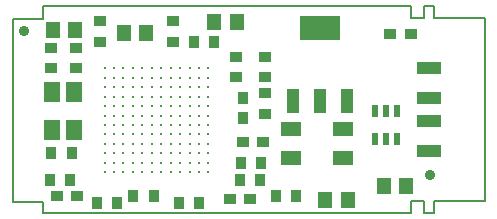
<source format=gbr>
%FSLAX25Y25*%
%MOIN*%
G04 EasyPC Gerber Version 18.0.8 Build 3632 *
%ADD93R,0.01962X0.04324*%
%ADD87R,0.03537X0.03931*%
%ADD82R,0.03734X0.03852*%
%ADD79R,0.03931X0.03537*%
%ADD85R,0.04400X0.08400*%
%ADD80R,0.04718X0.05506*%
%ADD90R,0.05506X0.07080*%
%ADD89R,0.08261X0.04324*%
%ADD86R,0.13773X0.08261*%
%ADD10C,0.00500*%
%ADD84C,0.00978*%
%ADD92C,0.03537*%
%ADD88R,0.03931X0.03537*%
%ADD81R,0.03852X0.03734*%
%ADD83R,0.03537X0.03931*%
%ADD91R,0.06687X0.05112*%
X0Y0D02*
D02*
D10*
X167322Y14305D02*
X164173D01*
Y18259*
X159803*
Y14305*
X37126*
Y17866*
X27003*
Y79126*
X37047*
Y83399*
X159763*
Y79401*
X164094*
Y83399*
X167322*
Y79165*
X184423*
Y18417*
X167322*
Y14305*
D02*
D79*
X41732Y20070D03*
X48425D03*
X99383Y19029D03*
X103911Y37927D03*
X106076Y19029D03*
X110604Y37927D03*
X152952Y74007D03*
X159645D03*
D02*
D80*
X40354Y75385D03*
X47834D03*
X64147Y74147D03*
X71628D03*
X94291Y77887D03*
X101771D03*
X131299Y18693D03*
X138779D03*
X150787Y23417D03*
X158267D03*
D02*
D81*
X56273Y71293D03*
Y78183D03*
X80486Y71293D03*
Y78183D03*
X101352Y59482D03*
Y66372D03*
X111194Y47474D03*
Y54364D03*
D02*
D82*
X39836Y34383D03*
X46726D03*
X54994Y17651D03*
X61883D03*
X82356D03*
X89246D03*
X114639Y20013D03*
X121529D03*
D02*
D83*
X103911Y45998D03*
Y52691D03*
D02*
D84*
X57651Y27887D03*
Y31037D03*
Y34187D03*
Y37336D03*
Y40486D03*
Y43635D03*
Y46785D03*
Y49935D03*
Y53084D03*
Y56234D03*
Y59383D03*
Y62533D03*
X60801Y27887D03*
Y31037D03*
Y34187D03*
Y37336D03*
Y40486D03*
Y43635D03*
Y46785D03*
Y49935D03*
Y53084D03*
Y56234D03*
Y59383D03*
Y62533D03*
X63950Y27887D03*
Y31037D03*
Y34187D03*
Y37336D03*
Y40486D03*
Y43635D03*
Y46785D03*
Y49935D03*
Y53084D03*
Y56234D03*
Y59383D03*
Y62533D03*
X67100Y27887D03*
Y31037D03*
Y34187D03*
Y37336D03*
Y40486D03*
Y43635D03*
Y46785D03*
Y49935D03*
Y53084D03*
Y56234D03*
Y59383D03*
Y62533D03*
X70250Y27887D03*
Y31037D03*
Y34187D03*
Y37336D03*
Y40486D03*
Y43635D03*
Y46785D03*
Y49935D03*
Y53084D03*
Y56234D03*
Y59383D03*
Y62533D03*
X73399Y27887D03*
Y31037D03*
Y34187D03*
Y37336D03*
Y40486D03*
Y43635D03*
Y46785D03*
Y49935D03*
Y53084D03*
Y56234D03*
Y59383D03*
Y62533D03*
X76549Y27887D03*
Y31037D03*
Y34187D03*
Y37336D03*
Y40486D03*
Y43635D03*
Y46785D03*
Y49935D03*
Y53084D03*
Y56234D03*
Y59383D03*
Y62533D03*
X79698Y27887D03*
Y31037D03*
Y34187D03*
Y37336D03*
Y40486D03*
Y43635D03*
Y46785D03*
Y49935D03*
Y53084D03*
Y56234D03*
Y59383D03*
Y62533D03*
X82848Y27887D03*
Y31037D03*
Y34187D03*
Y37336D03*
Y40486D03*
Y43635D03*
Y46785D03*
Y49935D03*
Y53084D03*
Y56234D03*
Y59383D03*
Y62533D03*
X85998Y27887D03*
Y31037D03*
Y34187D03*
Y37336D03*
Y40486D03*
Y43635D03*
Y46785D03*
Y49935D03*
Y53084D03*
Y56234D03*
Y59383D03*
Y62533D03*
X89147Y27887D03*
Y31037D03*
Y34187D03*
Y37336D03*
Y40486D03*
Y43635D03*
Y46785D03*
Y49935D03*
Y53084D03*
Y56234D03*
Y59383D03*
Y62533D03*
X92297Y27887D03*
Y31037D03*
Y34187D03*
Y37336D03*
Y40486D03*
Y43635D03*
Y46785D03*
Y49935D03*
Y53084D03*
Y56234D03*
Y59383D03*
Y62533D03*
D02*
D85*
X120402Y51711D03*
X129502D03*
X138602D03*
D02*
D86*
X129502Y76112D03*
D02*
D87*
X39344Y25328D03*
X46037D03*
X67297Y20013D03*
X73990D03*
X87572Y71391D03*
X94265D03*
X102730Y25328D03*
X103124Y31037D03*
X109423Y25328D03*
X109817Y31037D03*
D02*
D88*
X39935Y62730D03*
Y69423D03*
X48006Y62730D03*
Y69423D03*
X111194Y59777D03*
Y66470D03*
D02*
D89*
X165919Y35072D03*
Y44915D03*
Y52789D03*
Y62631D03*
D02*
D90*
X40106Y42077D03*
Y54705D03*
X47383Y42077D03*
Y54705D03*
D02*
D91*
X119856Y32809D03*
Y42257D03*
X137179Y32809D03*
Y42257D03*
D02*
D92*
X30683Y74992D03*
X166023Y26960D03*
D02*
D93*
X147809Y39108D03*
Y48163D03*
X151549Y39108D03*
Y48163D03*
X155289Y39108D03*
Y48163D03*
X0Y0D02*
M02*

</source>
